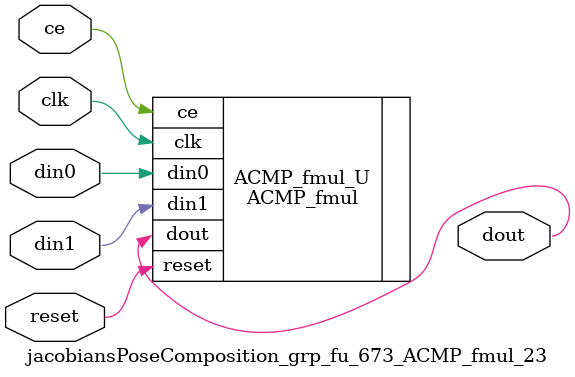
<source format=v>

`timescale 1 ns / 1 ps
module jacobiansPoseComposition_grp_fu_673_ACMP_fmul_23(
    clk,
    reset,
    ce,
    din0,
    din1,
    dout);

parameter ID = 32'd1;
parameter NUM_STAGE = 32'd1;
parameter din0_WIDTH = 32'd1;
parameter din1_WIDTH = 32'd1;
parameter dout_WIDTH = 32'd1;
input clk;
input reset;
input ce;
input[din0_WIDTH - 1:0] din0;
input[din1_WIDTH - 1:0] din1;
output[dout_WIDTH - 1:0] dout;



ACMP_fmul #(
.ID( ID ),
.NUM_STAGE( 4 ),
.din0_WIDTH( din0_WIDTH ),
.din1_WIDTH( din1_WIDTH ),
.dout_WIDTH( dout_WIDTH ))
ACMP_fmul_U(
    .clk( clk ),
    .reset( reset ),
    .ce( ce ),
    .din0( din0 ),
    .din1( din1 ),
    .dout( dout ));

endmodule

</source>
